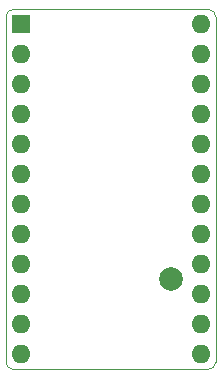
<source format=gbr>
%TF.GenerationSoftware,KiCad,Pcbnew,5.1.5+dfsg1-2~bpo10+1*%
%TF.CreationDate,Date%
%TF.ProjectId,ProMicro_LOG,50726f4d-6963-4726-9f5f-4c4f472e6b69,v1.0*%
%TF.SameCoordinates,Original*%
%TF.FileFunction,Soldermask,Bot*%
%TF.FilePolarity,Negative*%
%FSLAX45Y45*%
G04 Gerber Fmt 4.5, Leading zero omitted, Abs format (unit mm)*
G04 Created by KiCad*
%MOMM*%
%LPD*%
G04 APERTURE LIST*
%ADD10C,0.100000*%
%ADD11O,1.600000X1.600000*%
%ADD12R,1.600000X1.600000*%
%ADD13C,2.000000*%
G04 APERTURE END LIST*
D10*
X-1587500Y2921000D02*
G75*
G03X-1651000Y2857500I0J-63500D01*
G01*
X127000Y2857500D02*
G75*
G03X63500Y2921000I-63500J0D01*
G01*
X63500Y-127000D02*
G75*
G03X127000Y-63500I0J63500D01*
G01*
X-1651000Y-63500D02*
G75*
G03X-1587500Y-127000I63500J0D01*
G01*
X-1651000Y2857500D02*
X-1651000Y-63500D01*
X63500Y2921000D02*
X-1587500Y2921000D01*
X127000Y-63500D02*
X127000Y2857500D01*
X-1587500Y-127000D02*
X63500Y-127000D01*
D11*
X0Y2794000D03*
X0Y2540000D03*
X0Y2286000D03*
X-1524000Y0D03*
X0Y2032000D03*
X-1524000Y254000D03*
X0Y1778000D03*
X-1524000Y508000D03*
X0Y1524000D03*
X-1524000Y762000D03*
X0Y1270000D03*
X-1524000Y1016000D03*
X0Y1016000D03*
X-1524000Y1270000D03*
X0Y762000D03*
X-1524000Y1524000D03*
X0Y508000D03*
X-1524000Y1778000D03*
X0Y254000D03*
X-1524000Y2032000D03*
X0Y0D03*
X-1524000Y2286000D03*
X-1524000Y2540000D03*
D12*
X-1524000Y2794000D03*
D13*
X-254000Y635000D03*
M02*

</source>
